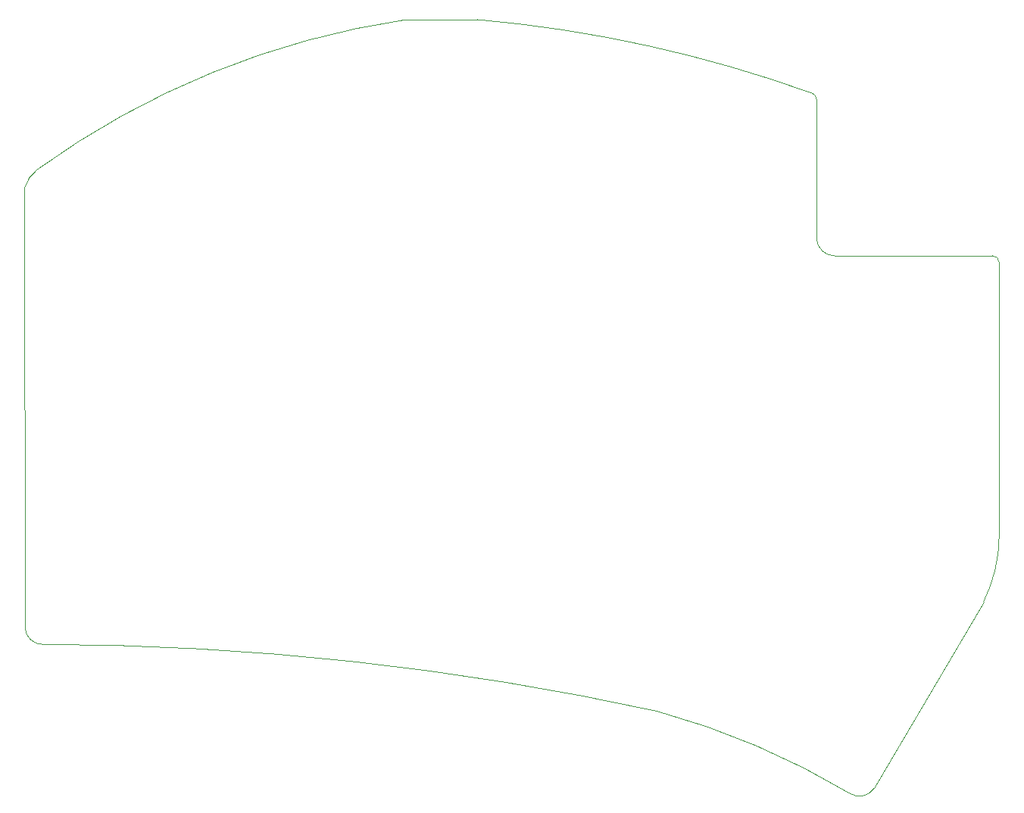
<source format=gm1>
%TF.GenerationSoftware,KiCad,Pcbnew,(6.0.10-0)*%
%TF.CreationDate,2023-04-12T09:39:01-04:00*%
%TF.ProjectId,half-swept,68616c66-2d73-4776-9570-742e6b696361,rev?*%
%TF.SameCoordinates,Original*%
%TF.FileFunction,Profile,NP*%
%FSLAX46Y46*%
G04 Gerber Fmt 4.6, Leading zero omitted, Abs format (unit mm)*
G04 Created by KiCad (PCBNEW (6.0.10-0)) date 2023-04-12 09:39:01*
%MOMM*%
%LPD*%
G01*
G04 APERTURE LIST*
%TA.AperFunction,Profile*%
%ADD10C,0.050000*%
%TD*%
G04 APERTURE END LIST*
D10*
X127635000Y-45362000D02*
G75*
G03*
X126885000Y-44612000I-750000J0D01*
G01*
X18690055Y-36976702D02*
X18730254Y-86245024D01*
X107222002Y-27137419D02*
G75*
G03*
X106787290Y-26456889I-750002J19D01*
G01*
X110938000Y-104748000D02*
G75*
G03*
X89409134Y-95561946I-44316000J-74040000D01*
G01*
X20117000Y-34963000D02*
G75*
G03*
X18690055Y-36976702I2445000J-3245000D01*
G01*
X107222002Y-42683999D02*
G75*
G03*
X109257002Y-44614917I1999998J69999D01*
G01*
X106787290Y-26456889D02*
G75*
G03*
X69291777Y-18200679I-50409490J-139663411D01*
G01*
X110938000Y-104748000D02*
G75*
G03*
X113670000Y-104149265I1070000J1650000D01*
G01*
X89409134Y-95561946D02*
G75*
G03*
X20768000Y-88081119I-69219164J-316475414D01*
G01*
X18730252Y-86245024D02*
G75*
G03*
X20768000Y-88081119I1977998J146414D01*
G01*
X127635000Y-45362000D02*
X127635000Y-62484000D01*
X107222001Y-42683999D02*
X107222045Y-27137419D01*
X109257002Y-44614917D02*
X126885000Y-44612000D01*
X61300428Y-18212892D02*
G75*
G03*
X20117000Y-34963000I13706584J-92704151D01*
G01*
X125888304Y-83312000D02*
X113670000Y-104149265D01*
X125888307Y-83312002D02*
G75*
G03*
X127635000Y-75987850I-15027207J7454102D01*
G01*
X69291777Y-18200679D02*
X61300000Y-18210000D01*
X127635000Y-62484000D02*
X127647000Y-69850000D01*
X127647000Y-69850000D02*
X127635000Y-75987850D01*
M02*

</source>
